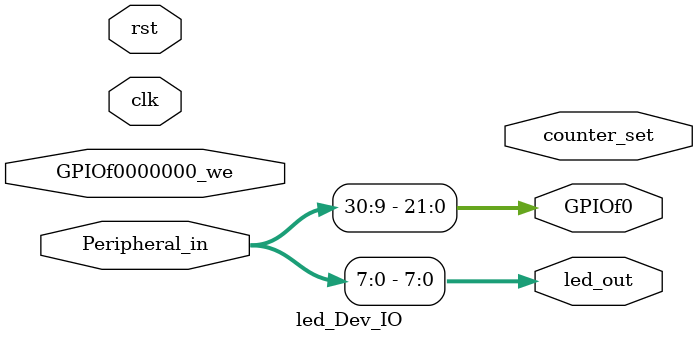
<source format=v>
`timescale 1ns / 1ps
module led_Dev_IO(input clk,
						input rst,
						input GPIOf0000000_we,
						input [31:0] Peripheral_in,
						output [1:0] counter_set,
						output [7:0] led_out,
						output [21:0] GPIOf0						 
						);
				
		assign led_out[7:0] = Peripheral_in[7:0];
		assign GPIOf0[21:0] = Peripheral_in[31:9];
endmodule

</source>
